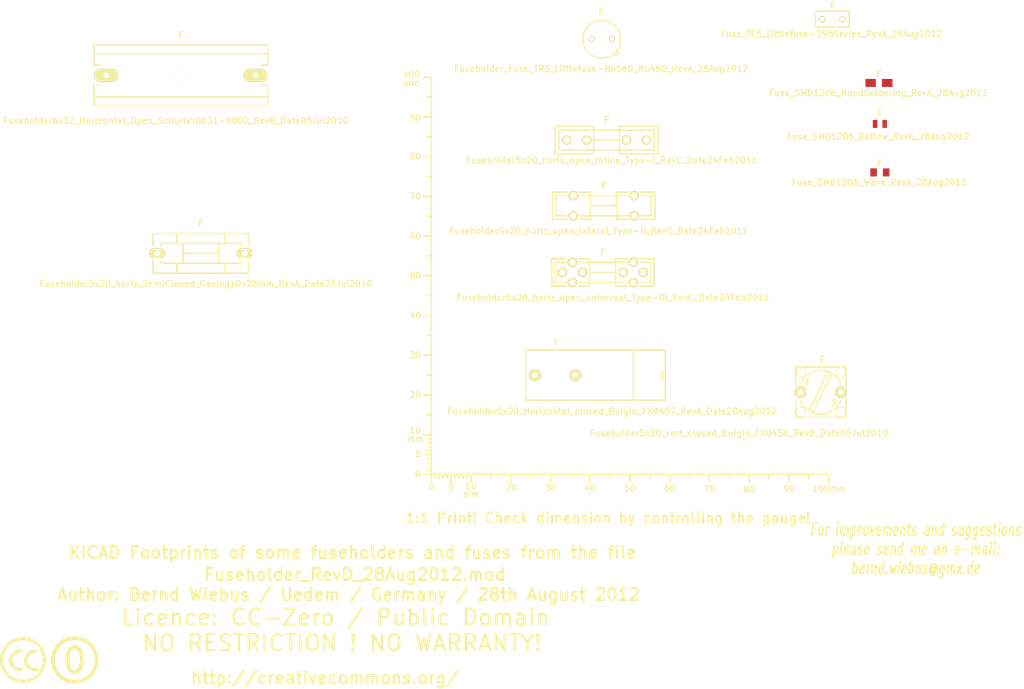
<source format=kicad_pcb>
(kicad_pcb (version 3) (host pcbnew "(2013-03-30 BZR 4007)-stable")

  (general
    (links 0)
    (no_connects 0)
    (area -7.90696 22.0599 281.542603 197.1694)
    (thickness 1.6002)
    (drawings 7)
    (tracks 0)
    (zones 0)
    (modules 15)
    (nets 1)
  )

  (page A4)
  (layers
    (15 Vorderseite signal)
    (0 Rückseite signal)
    (16 B.Adhes user)
    (17 F.Adhes user)
    (18 B.Paste user)
    (19 F.Paste user)
    (20 B.SilkS user)
    (21 F.SilkS user)
    (22 B.Mask user)
    (23 F.Mask user)
    (24 Dwgs.User user)
    (25 Cmts.User user)
    (26 Eco1.User user)
    (27 Eco2.User user)
    (28 Edge.Cuts user)
  )

  (setup
    (last_trace_width 0.2032)
    (trace_clearance 0.254)
    (zone_clearance 0.508)
    (zone_45_only no)
    (trace_min 0.2032)
    (segment_width 0.381)
    (edge_width 0.381)
    (via_size 0.889)
    (via_drill 0.635)
    (via_min_size 0.889)
    (via_min_drill 0.508)
    (uvia_size 0.508)
    (uvia_drill 0.127)
    (uvias_allowed no)
    (uvia_min_size 0.508)
    (uvia_min_drill 0.127)
    (pcb_text_width 0.3048)
    (pcb_text_size 1.524 2.032)
    (mod_edge_width 0.381)
    (mod_text_size 1.524 1.524)
    (mod_text_width 0.3048)
    (pad_size 1.524 1.524)
    (pad_drill 0.8128)
    (pad_to_mask_clearance 0.254)
    (aux_axis_origin 0 0)
    (visible_elements 7FFFFFFF)
    (pcbplotparams
      (layerselection 3178497)
      (usegerberextensions true)
      (excludeedgelayer true)
      (linewidth 60)
      (plotframeref false)
      (viasonmask false)
      (mode 1)
      (useauxorigin false)
      (hpglpennumber 1)
      (hpglpenspeed 20)
      (hpglpendiameter 15)
      (hpglpenoverlay 0)
      (psnegative false)
      (psa4output false)
      (plotreference true)
      (plotvalue true)
      (plotothertext true)
      (plotinvisibletext false)
      (padsonsilk false)
      (subtractmaskfromsilk false)
      (outputformat 1)
      (mirror false)
      (drillshape 1)
      (scaleselection 1)
      (outputdirectory ""))
  )

  (net 0 "")

  (net_class Default "Dies ist die voreingestellte Netzklasse."
    (clearance 0.254)
    (trace_width 0.2032)
    (via_dia 0.889)
    (via_drill 0.635)
    (uvia_dia 0.508)
    (uvia_drill 0.127)
    (add_net "")
  )

  (module Gauge_100mm_Type2_SilkScreenTop_RevA_Date22Jun2010 (layer Vorderseite) (tedit 4D963937) (tstamp 4D88F07A)
    (at 132.75056 141.2494)
    (descr "Gauge, Massstab, 100mm, SilkScreenTop, Type 2,")
    (tags "Gauge, Massstab, 100mm, SilkScreenTop, Type 2,")
    (path Gauge_100mm_Type2_SilkScreenTop_RevA_Date22Jun2010)
    (fp_text reference MSC (at 4.0005 8.99922) (layer F.SilkS) hide
      (effects (font (size 1.524 1.524) (thickness 0.3048)))
    )
    (fp_text value Gauge_100mm_Type2_SilkScreenTop_RevA_Date22Jun2010 (at 45.9994 8.99922) (layer F.SilkS) hide
      (effects (font (size 1.524 1.524) (thickness 0.3048)))
    )
    (fp_text user mm (at 9.99998 5.00126) (layer F.SilkS)
      (effects (font (size 1.524 1.524) (thickness 0.3048)))
    )
    (fp_text user mm (at -4.0005 -8.99922) (layer F.SilkS)
      (effects (font (size 1.524 1.524) (thickness 0.3048)))
    )
    (fp_text user mm (at -5.00126 -98.5012) (layer F.SilkS)
      (effects (font (size 1.524 1.524) (thickness 0.3048)))
    )
    (fp_text user 10 (at 10.00506 3.0988) (layer F.SilkS)
      (effects (font (size 1.50114 1.50114) (thickness 0.29972)))
    )
    (fp_text user 0 (at 0.00508 3.19786) (layer F.SilkS)
      (effects (font (size 1.39954 1.50114) (thickness 0.29972)))
    )
    (fp_text user 5 (at 5.0038 3.29946) (layer F.SilkS)
      (effects (font (size 1.50114 1.50114) (thickness 0.29972)))
    )
    (fp_text user 20 (at 20.1041 3.29946) (layer F.SilkS)
      (effects (font (size 1.50114 1.50114) (thickness 0.29972)))
    )
    (fp_text user 30 (at 30.00502 3.39852) (layer F.SilkS)
      (effects (font (size 1.50114 1.50114) (thickness 0.29972)))
    )
    (fp_text user 40 (at 40.005 3.50012) (layer F.SilkS)
      (effects (font (size 1.50114 1.50114) (thickness 0.29972)))
    )
    (fp_text user 50 (at 50.00498 3.50012) (layer F.SilkS)
      (effects (font (size 1.50114 1.50114) (thickness 0.29972)))
    )
    (fp_text user 60 (at 60.00496 3.50012) (layer F.SilkS)
      (effects (font (size 1.50114 1.50114) (thickness 0.29972)))
    )
    (fp_text user 70 (at 70.00494 3.70078) (layer F.SilkS)
      (effects (font (size 1.50114 1.50114) (thickness 0.29972)))
    )
    (fp_text user 80 (at 80.00492 3.79984) (layer F.SilkS)
      (effects (font (size 1.50114 1.50114) (thickness 0.29972)))
    )
    (fp_text user 90 (at 90.1065 3.60172) (layer F.SilkS)
      (effects (font (size 1.50114 1.50114) (thickness 0.29972)))
    )
    (fp_text user 100mm (at 100.10648 3.60172) (layer F.SilkS)
      (effects (font (size 1.50114 1.50114) (thickness 0.29972)))
    )
    (fp_line (start 0 -8.99922) (end -1.00076 -8.99922) (layer F.SilkS) (width 0.381))
    (fp_line (start 0 -8.001) (end -1.00076 -8.001) (layer F.SilkS) (width 0.381))
    (fp_line (start 0 -7.00024) (end -1.00076 -7.00024) (layer F.SilkS) (width 0.381))
    (fp_line (start 0 -5.99948) (end -1.00076 -5.99948) (layer F.SilkS) (width 0.381))
    (fp_line (start 0 -4.0005) (end -1.00076 -4.0005) (layer F.SilkS) (width 0.381))
    (fp_line (start 0 -2.99974) (end -1.00076 -2.99974) (layer F.SilkS) (width 0.381))
    (fp_line (start 0 -1.99898) (end -1.00076 -1.99898) (layer F.SilkS) (width 0.381))
    (fp_line (start 0 -1.00076) (end -1.00076 -1.00076) (layer F.SilkS) (width 0.381))
    (fp_line (start 0 0) (end -1.99898 0) (layer F.SilkS) (width 0.381))
    (fp_line (start 0 -5.00126) (end -1.99898 -5.00126) (layer F.SilkS) (width 0.381))
    (fp_line (start 0 -9.99998) (end -1.99898 -9.99998) (layer F.SilkS) (width 0.381))
    (fp_line (start 0 -15.00124) (end -1.00076 -15.00124) (layer F.SilkS) (width 0.381))
    (fp_line (start 0 -19.99996) (end -1.99898 -19.99996) (layer F.SilkS) (width 0.381))
    (fp_line (start 0 -25.00122) (end -1.00076 -25.00122) (layer F.SilkS) (width 0.381))
    (fp_line (start 0 -29.99994) (end -1.99898 -29.99994) (layer F.SilkS) (width 0.381))
    (fp_line (start 0 -35.0012) (end -1.00076 -35.0012) (layer F.SilkS) (width 0.381))
    (fp_line (start 0 -39.99992) (end -1.99898 -39.99992) (layer F.SilkS) (width 0.381))
    (fp_line (start 0 -45.00118) (end -1.00076 -45.00118) (layer F.SilkS) (width 0.381))
    (fp_line (start 0 -49.9999) (end -1.99898 -49.9999) (layer F.SilkS) (width 0.381))
    (fp_line (start 0 -55.00116) (end -1.00076 -55.00116) (layer F.SilkS) (width 0.381))
    (fp_line (start 0 -59.99988) (end -1.99898 -59.99988) (layer F.SilkS) (width 0.381))
    (fp_line (start 0 -65.00114) (end -1.00076 -65.00114) (layer F.SilkS) (width 0.381))
    (fp_line (start 0 -69.99986) (end -1.99898 -69.99986) (layer F.SilkS) (width 0.381))
    (fp_line (start 0 -75.00112) (end -1.00076 -75.00112) (layer F.SilkS) (width 0.381))
    (fp_line (start 0 -79.99984) (end -1.99898 -79.99984) (layer F.SilkS) (width 0.381))
    (fp_line (start 0 -85.0011) (end -1.00076 -85.0011) (layer F.SilkS) (width 0.381))
    (fp_line (start 0 -89.99982) (end -1.99898 -89.99982) (layer F.SilkS) (width 0.381))
    (fp_line (start 0 -95.00108) (end -1.00076 -95.00108) (layer F.SilkS) (width 0.381))
    (fp_line (start 0 0) (end 0 -99.9998) (layer F.SilkS) (width 0.381))
    (fp_line (start 0 -99.9998) (end -1.99898 -99.9998) (layer F.SilkS) (width 0.381))
    (fp_text user 100 (at -4.99872 -100.7491) (layer F.SilkS)
      (effects (font (size 1.50114 1.50114) (thickness 0.29972)))
    )
    (fp_text user 90 (at -4.0005 -89.7509) (layer F.SilkS)
      (effects (font (size 1.50114 1.50114) (thickness 0.29972)))
    )
    (fp_text user 80 (at -4.0005 -79.99984) (layer F.SilkS)
      (effects (font (size 1.50114 1.50114) (thickness 0.29972)))
    )
    (fp_text user 70 (at -4.0005 -69.99986) (layer F.SilkS)
      (effects (font (size 1.50114 1.50114) (thickness 0.29972)))
    )
    (fp_text user 60 (at -4.0005 -59.99988) (layer F.SilkS)
      (effects (font (size 1.50114 1.50114) (thickness 0.29972)))
    )
    (fp_text user 50 (at -4.0005 -49.9999) (layer F.SilkS)
      (effects (font (size 1.50114 1.50114) (thickness 0.34036)))
    )
    (fp_text user 40 (at -4.0005 -39.99992) (layer F.SilkS)
      (effects (font (size 1.50114 1.50114) (thickness 0.29972)))
    )
    (fp_text user 30 (at -4.0005 -29.99994) (layer F.SilkS)
      (effects (font (size 1.50114 1.50114) (thickness 0.29972)))
    )
    (fp_text user 20 (at -4.0005 -19.99996) (layer F.SilkS)
      (effects (font (size 1.50114 1.50114) (thickness 0.29972)))
    )
    (fp_line (start 95.00108 0) (end 95.00108 1.00076) (layer F.SilkS) (width 0.381))
    (fp_line (start 89.99982 0) (end 89.99982 1.99898) (layer F.SilkS) (width 0.381))
    (fp_line (start 85.0011 0) (end 85.0011 1.00076) (layer F.SilkS) (width 0.381))
    (fp_line (start 79.99984 0) (end 79.99984 1.99898) (layer F.SilkS) (width 0.381))
    (fp_line (start 75.00112 0) (end 75.00112 1.00076) (layer F.SilkS) (width 0.381))
    (fp_line (start 69.99986 0) (end 69.99986 1.99898) (layer F.SilkS) (width 0.381))
    (fp_line (start 65.00114 0) (end 65.00114 1.00076) (layer F.SilkS) (width 0.381))
    (fp_line (start 59.99988 0) (end 59.99988 1.99898) (layer F.SilkS) (width 0.381))
    (fp_line (start 55.00116 0) (end 55.00116 1.00076) (layer F.SilkS) (width 0.381))
    (fp_line (start 49.9999 0) (end 49.9999 1.99898) (layer F.SilkS) (width 0.381))
    (fp_line (start 45.00118 0) (end 45.00118 1.00076) (layer F.SilkS) (width 0.381))
    (fp_line (start 39.99992 0) (end 39.99992 1.99898) (layer F.SilkS) (width 0.381))
    (fp_line (start 35.0012 0) (end 35.0012 1.00076) (layer F.SilkS) (width 0.381))
    (fp_line (start 29.99994 0) (end 29.99994 1.99898) (layer F.SilkS) (width 0.381))
    (fp_line (start 25.00122 0) (end 25.00122 1.00076) (layer F.SilkS) (width 0.381))
    (fp_line (start 19.99996 0) (end 19.99996 1.99898) (layer F.SilkS) (width 0.381))
    (fp_line (start 15.00124 0) (end 15.00124 1.00076) (layer F.SilkS) (width 0.381))
    (fp_line (start 9.99998 0) (end 99.9998 0) (layer F.SilkS) (width 0.381))
    (fp_line (start 99.9998 0) (end 99.9998 1.99898) (layer F.SilkS) (width 0.381))
    (fp_text user 5 (at -3.302 -5.10286) (layer F.SilkS)
      (effects (font (size 1.50114 1.50114) (thickness 0.29972)))
    )
    (fp_text user 0 (at -3.4036 -0.10414) (layer F.SilkS)
      (effects (font (size 1.50114 1.50114) (thickness 0.29972)))
    )
    (fp_text user 10 (at -4.0005 -11.00074) (layer F.SilkS)
      (effects (font (size 1.50114 1.50114) (thickness 0.29972)))
    )
    (fp_line (start 8.99922 0) (end 8.99922 1.00076) (layer F.SilkS) (width 0.381))
    (fp_line (start 8.001 0) (end 8.001 1.00076) (layer F.SilkS) (width 0.381))
    (fp_line (start 7.00024 0) (end 7.00024 1.00076) (layer F.SilkS) (width 0.381))
    (fp_line (start 5.99948 0) (end 5.99948 1.00076) (layer F.SilkS) (width 0.381))
    (fp_line (start 4.0005 0) (end 4.0005 1.00076) (layer F.SilkS) (width 0.381))
    (fp_line (start 2.99974 0) (end 2.99974 1.00076) (layer F.SilkS) (width 0.381))
    (fp_line (start 1.99898 0) (end 1.99898 1.00076) (layer F.SilkS) (width 0.381))
    (fp_line (start 1.00076 0) (end 1.00076 1.00076) (layer F.SilkS) (width 0.381))
    (fp_line (start 5.00126 0) (end 5.00126 1.99898) (layer F.SilkS) (width 0.381))
    (fp_line (start 0 0) (end 0 1.99898) (layer F.SilkS) (width 0.381))
    (fp_line (start 0 0) (end 9.99998 0) (layer F.SilkS) (width 0.381))
    (fp_line (start 9.99998 0) (end 9.99998 1.99898) (layer F.SilkS) (width 0.381))
  )

  (module Fuseholder5x20_horiz_open_inline_Type-I_RevC_Date24Feb2011 (layer Vorderseite) (tedit 503CE757) (tstamp 503CE748)
    (at 176.8729 57.07888)
    (descr "Fuseholder, 5x20, open, horizontal, Type-I, Inline,")
    (tags "Fuseholder, 5x20, open, horizontal, Type-I, Inline, Sicherungshalter, offen,")
    (path Fuseholder5x20_horiz_open_inline_Type-I_RevC_Date24Feb2011)
    (fp_text reference F (at 0 -5.08) (layer F.SilkS)
      (effects (font (size 1.524 1.524) (thickness 0.3048)))
    )
    (fp_text value Fuseholder5x20_horiz_open_inline_Type-I_RevC_Date24Feb2011 (at 1.27 5.08) (layer F.SilkS)
      (effects (font (size 1.524 1.524) (thickness 0.3048)))
    )
    (fp_line (start 3.2512 0) (end -3.2512 0) (layer F.SilkS) (width 0.3048))
    (fp_line (start 3.2512 -3.50012) (end 3.2512 3.50012) (layer F.SilkS) (width 0.3048))
    (fp_line (start 11.99896 3.50012) (end 3.2512 3.50012) (layer F.SilkS) (width 0.3048))
    (fp_line (start 11.99896 -3.50012) (end 3.2512 -3.50012) (layer F.SilkS) (width 0.3048))
    (fp_line (start -10.74928 2.49936) (end -11.99896 2.49936) (layer F.SilkS) (width 0.3048))
    (fp_line (start -10.50036 -2.49936) (end -11.99896 -2.49936) (layer F.SilkS) (width 0.3048))
    (fp_line (start 1.50114 2.49936) (end -10.74928 2.49936) (layer F.SilkS) (width 0.3048))
    (fp_line (start 1.24968 -2.49936) (end -10.50036 -2.49936) (layer F.SilkS) (width 0.3048))
    (fp_line (start 11.99896 2.49936) (end 1.50114 2.49936) (layer F.SilkS) (width 0.3048))
    (fp_line (start 11.99896 -2.49936) (end 1.24968 -2.49936) (layer F.SilkS) (width 0.3048))
    (fp_line (start 11.99896 -2.49936) (end 11.99896 2.49936) (layer F.SilkS) (width 0.3048))
    (fp_line (start 12.99972 -3.50012) (end 11.99896 -3.50012) (layer F.SilkS) (width 0.3048))
    (fp_line (start 12.99972 -3.50012) (end 12.99972 3.50012) (layer F.SilkS) (width 0.3048))
    (fp_line (start 12.99972 3.50012) (end 11.99896 3.50012) (layer F.SilkS) (width 0.3048))
    (fp_line (start -11.99896 -2.49936) (end -11.99896 2.49936) (layer F.SilkS) (width 0.3048))
    (fp_line (start -3.2512 -3.50012) (end -12.99972 -3.50012) (layer F.SilkS) (width 0.3048))
    (fp_line (start -12.99972 -3.50012) (end -12.99972 3.50012) (layer F.SilkS) (width 0.3048))
    (fp_line (start -3.2512 3.50012) (end -12.99972 3.50012) (layer F.SilkS) (width 0.3048))
    (fp_line (start -3.2512 -3.50012) (end -3.2512 3.50012) (layer F.SilkS) (width 0.3048))
    (pad 2 thru_hole circle (at 5.00126 0) (size 2.3495 2.3495) (drill 1.34874)
      (layers *.Cu *.Mask F.SilkS)
    )
    (pad 2 thru_hole circle (at 9.99998 0) (size 2.3495 2.3495) (drill 1.34874)
      (layers *.Cu *.Mask F.SilkS)
    )
    (pad 1 thru_hole circle (at -5.00126 0) (size 2.3495 2.3495) (drill 1.34874)
      (layers *.Cu *.Mask F.SilkS)
    )
    (pad 1 thru_hole circle (at -9.99998 0) (size 2.3495 2.3495) (drill 1.34874)
      (layers *.Cu *.Mask F.SilkS)
    )
  )

  (module Fuseholder5x20_horiz_open_lateral_Type-II_RevC_Date24Feb2011 (layer Vorderseite) (tedit 503CE771) (tstamp 503CE763)
    (at 176.15154 73.6092)
    (descr "Fuseholder, 5x20, open, horizontal, Type-II, lateral,")
    (tags "Fuseholder, 5x20, open, horizontal, Type-II, lateral, Sicherungshalter, offen,")
    (path Fuseholder5x20_horiz_open_lateral_Type-II_RevC_Date24Feb2011)
    (fp_text reference F (at 0 -5.08) (layer F.SilkS)
      (effects (font (size 1.524 1.524) (thickness 0.3048)))
    )
    (fp_text value Fuseholder5x20_horiz_open_lateral_Type-II_RevC_Date24Feb2011 (at -1.27 6.35) (layer F.SilkS)
      (effects (font (size 1.524 1.524) (thickness 0.3048)))
    )
    (fp_line (start 3.2512 0) (end -3.2512 0) (layer F.SilkS) (width 0.3048))
    (fp_line (start 12.86764 3.429) (end 9.05764 3.429) (layer F.SilkS) (width 0.381))
    (fp_line (start 3.21564 3.429) (end 6.26364 3.429) (layer F.SilkS) (width 0.381))
    (fp_line (start 5.715 2.54) (end 8.382 2.54) (layer F.SilkS) (width 0.381))
    (fp_line (start 11.97864 2.54) (end 9.31164 2.54) (layer F.SilkS) (width 0.381))
    (fp_line (start 3.21564 -2.54) (end 6.00964 -2.54) (layer F.SilkS) (width 0.381))
    (fp_line (start 11.9761 -2.54) (end 9.3091 -2.54) (layer F.SilkS) (width 0.381))
    (fp_line (start 12.86764 -3.429) (end 9.18464 -3.429) (layer F.SilkS) (width 0.381))
    (fp_line (start 3.21564 -3.429) (end 6.13664 -3.429) (layer F.SilkS) (width 0.381))
    (fp_line (start -12.86764 3.429) (end -9.18464 3.429) (layer F.SilkS) (width 0.381))
    (fp_line (start -3.34264 3.429) (end -6.13664 3.429) (layer F.SilkS) (width 0.381))
    (fp_line (start -5.88264 2.54) (end -6.00964 2.54) (layer F.SilkS) (width 0.381))
    (fp_line (start -5.88264 2.54) (end -3.34264 2.54) (layer F.SilkS) (width 0.381))
    (fp_line (start -12.10564 2.54) (end -9.31164 2.54) (layer F.SilkS) (width 0.381))
    (fp_line (start -12.86764 -3.429) (end -9.05764 -3.429) (layer F.SilkS) (width 0.381))
    (fp_line (start -3.34264 -3.429) (end -6.13664 -3.429) (layer F.SilkS) (width 0.381))
    (fp_line (start -3.34264 -2.54) (end -6.00964 -2.54) (layer F.SilkS) (width 0.381))
    (fp_line (start -12.10564 -2.54) (end -9.31164 -2.54) (layer F.SilkS) (width 0.381))
    (fp_line (start 12.86764 -3.429) (end 12.86764 3.429) (layer F.SilkS) (width 0.381))
    (fp_line (start 3.21564 3.429) (end 3.21564 2.54) (layer F.SilkS) (width 0.381))
    (fp_line (start 3.21564 -3.429) (end 3.21564 -2.54) (layer F.SilkS) (width 0.381))
    (fp_line (start -12.86764 -3.429) (end -12.86764 3.429) (layer F.SilkS) (width 0.381))
    (fp_line (start -3.34264 3.429) (end -3.34264 2.54) (layer F.SilkS) (width 0.381))
    (fp_line (start -3.34264 -3.429) (end -3.34264 -2.413) (layer F.SilkS) (width 0.381))
    (fp_line (start 5.715 2.54) (end -5.969 2.54) (layer F.SilkS) (width 0.381))
    (fp_line (start -5.842 -2.54) (end 5.715 -2.54) (layer F.SilkS) (width 0.381))
    (fp_line (start -3.34264 0) (end -3.34264 -2.54) (layer F.SilkS) (width 0.381))
    (fp_line (start -12.1031 -2.54) (end -12.1031 2.54) (layer F.SilkS) (width 0.381))
    (fp_line (start -3.34264 2.54) (end -3.34264 0) (layer F.SilkS) (width 0.381))
    (fp_line (start 3.21564 0) (end 3.21564 -2.54) (layer F.SilkS) (width 0.381))
    (fp_line (start 11.9761 -2.54) (end 11.9761 2.54) (layer F.SilkS) (width 0.381))
    (fp_line (start 3.21564 2.54) (end 3.21564 0) (layer F.SilkS) (width 0.381))
    (pad 2 thru_hole circle (at 7.66064 -2.54) (size 2.3495 2.3495) (drill 1.34874)
      (layers *.Cu *.Mask F.SilkS)
    )
    (pad 2 thru_hole circle (at 7.66064 2.54) (size 2.3495 2.3495) (drill 1.34874)
      (layers *.Cu *.Mask F.SilkS)
    )
    (pad 1 thru_hole circle (at -7.66064 -2.54) (size 2.3495 2.3495) (drill 1.34874)
      (layers *.Cu *.Mask F.SilkS)
    )
    (pad 1 thru_hole circle (at -7.66064 2.54) (size 2.3495 2.3495) (drill 1.34874)
      (layers *.Cu *.Mask F.SilkS)
    )
  )

  (module Fuseholder5x20_horiz_open_universal_Type-III_RevC_Date24Feb2011 (layer Vorderseite) (tedit 503CE788) (tstamp 503CE77B)
    (at 175.91278 90.38844)
    (descr "Fuseholder, 5x20, open, horizontal, Type-III, universal, inline, lateral,")
    (tags "Fuseholder, 5x20, open, horizontal, Type-III, universal, inline, lateral, Sicherungshalter, offen,")
    (path Fuseholder5x20_horiz_open_universal_Type-III_RevC_Date24Feb2011)
    (fp_text reference F (at 0 -5.08) (layer F.SilkS)
      (effects (font (size 1.524 1.524) (thickness 0.3048)))
    )
    (fp_text value Fuseholder5x20_horiz_open_universal_Type-III_RevC_Date24Feb2011 (at 2.54 6.35) (layer F.SilkS)
      (effects (font (size 1.524 1.524) (thickness 0.3048)))
    )
    (fp_line (start -3.2512 0) (end 3.2512 0) (layer F.SilkS) (width 0.3048))
    (fp_line (start -3.3401 3.429) (end -6.2611 3.429) (layer F.SilkS) (width 0.381))
    (fp_line (start -12.8651 3.429) (end -9.0551 3.429) (layer F.SilkS) (width 0.381))
    (fp_line (start -12.1031 2.54) (end -9.3091 2.54) (layer F.SilkS) (width 0.381))
    (fp_line (start -3.3401 2.54) (end -6.0071 2.54) (layer F.SilkS) (width 0.381))
    (fp_line (start -12.8651 -3.429) (end -9.0551 -3.429) (layer F.SilkS) (width 0.381))
    (fp_line (start -12.1031 -2.54) (end -9.3091 -2.54) (layer F.SilkS) (width 0.381))
    (fp_line (start -3.3401 -3.429) (end -6.2611 -3.429) (layer F.SilkS) (width 0.381))
    (fp_line (start -3.3401 -2.54) (end -6.0071 -2.54) (layer F.SilkS) (width 0.381))
    (fp_line (start 3.21564 -3.429) (end 6.26364 -3.429) (layer F.SilkS) (width 0.381))
    (fp_line (start 3.21564 -2.54) (end 6.00964 -2.54) (layer F.SilkS) (width 0.381))
    (fp_line (start 3.21564 2.54) (end 6.00964 2.54) (layer F.SilkS) (width 0.381))
    (fp_line (start 3.21564 3.429) (end 6.26364 3.429) (layer F.SilkS) (width 0.381))
    (fp_line (start 12.86764 3.429) (end 9.05764 3.429) (layer F.SilkS) (width 0.381))
    (fp_line (start 11.97864 2.54) (end 9.31164 2.54) (layer F.SilkS) (width 0.381))
    (fp_line (start 12.86764 -3.429) (end 9.05764 -3.429) (layer F.SilkS) (width 0.381))
    (fp_line (start 11.97864 -2.54) (end 9.31164 -2.54) (layer F.SilkS) (width 0.381))
    (fp_line (start 12.86764 -3.429) (end 12.86764 3.429) (layer F.SilkS) (width 0.381))
    (fp_line (start 3.21564 3.429) (end 3.21564 2.54) (layer F.SilkS) (width 0.381))
    (fp_line (start 3.21564 -3.429) (end 3.21564 -2.54) (layer F.SilkS) (width 0.381))
    (fp_line (start -12.86764 -3.429) (end -12.86764 3.429) (layer F.SilkS) (width 0.381))
    (fp_line (start -3.34264 3.429) (end -3.34264 2.54) (layer F.SilkS) (width 0.381))
    (fp_line (start -3.34264 -3.429) (end -3.34264 -2.413) (layer F.SilkS) (width 0.381))
    (fp_line (start 5.715 2.54) (end -5.969 2.54) (layer F.SilkS) (width 0.381))
    (fp_line (start -5.842 -2.54) (end 5.715 -2.54) (layer F.SilkS) (width 0.381))
    (fp_line (start -3.34264 0) (end -3.34264 -2.54) (layer F.SilkS) (width 0.381))
    (fp_line (start -12.10564 -2.54) (end -12.10564 2.54) (layer F.SilkS) (width 0.381))
    (fp_line (start -3.34264 2.54) (end -3.34264 0) (layer F.SilkS) (width 0.381))
    (fp_line (start 3.21564 0) (end 3.21564 -2.54) (layer F.SilkS) (width 0.381))
    (fp_line (start 11.9761 -2.54) (end 11.9761 2.54) (layer F.SilkS) (width 0.381))
    (fp_line (start 3.21564 2.54) (end 3.21564 0) (layer F.SilkS) (width 0.381))
    (pad 2 thru_hole circle (at 5.12064 0) (size 2.3495 2.3495) (drill 1.34874)
      (layers *.Cu *.Mask F.SilkS)
    )
    (pad 2 thru_hole circle (at 10.20064 0) (size 2.3495 2.3495) (drill 1.34874)
      (layers *.Cu *.Mask F.SilkS)
    )
    (pad 1 thru_hole circle (at -5.1181 0) (size 2.3495 2.3495) (drill 1.34874)
      (layers *.Cu *.Mask F.SilkS)
    )
    (pad 1 thru_hole circle (at -10.1981 0) (size 2.3495 2.3495) (drill 1.34874)
      (layers *.Cu *.Mask F.SilkS)
    )
    (pad 2 thru_hole circle (at 7.66064 -2.54) (size 2.3495 2.3495) (drill 1.34874)
      (layers *.Cu *.Mask F.SilkS)
    )
    (pad 2 thru_hole circle (at 7.66064 2.54) (size 2.3495 2.3495) (drill 1.34874)
      (layers *.Cu *.Mask F.SilkS)
    )
    (pad 1 thru_hole circle (at -7.6581 -2.54) (size 2.3495 2.3495) (drill 1.34874)
      (layers *.Cu *.Mask F.SilkS)
    )
    (pad 1 thru_hole circle (at -7.6581 2.54) (size 2.3495 2.3495) (drill 1.34874)
      (layers *.Cu *.Mask F.SilkS)
    )
  )

  (module Fuseholder5x20_Horizontal_closed_Bulgin_FX0457_RevA_Date28Aug2012 (layer Vorderseite) (tedit 503CE7DA) (tstamp 503CE791)
    (at 163.91382 116.27104)
    (descr "Fuseholder, 5x20, closed, horizontal, Bulgin, FX0457, Sicherungshalter,")
    (tags "Fuseholder, 5x20, closed, horizontal, Bulgin, FX0457, Sicherungshalter,")
    (path Fuseholder5x20_Horizontal_closed_Bulgin_FX0457_RevA_Date28Aug2012)
    (fp_text reference F (at 0.2794 -8.2042) (layer F.SilkS)
      (effects (font (size 1.524 1.524) (thickness 0.3048)))
    )
    (fp_text value Fuseholder5x20_Horizontal_closed_Bulgin_FX0457_RevA_Date28Aug2012 (at 14.37894 9.11098) (layer F.SilkS)
      (effects (font (size 1.524 1.524) (thickness 0.3048)))
    )
    (fp_line (start 27.70124 -0.8001) (end 26.90114 -0.8001) (layer F.SilkS) (width 0.381))
    (fp_line (start 26.90114 -0.8001) (end 26.90114 0.8001) (layer F.SilkS) (width 0.381))
    (fp_line (start 26.90114 0.8001) (end 27.70124 0.8001) (layer F.SilkS) (width 0.381))
    (fp_line (start 19.70024 6.2992) (end 19.70024 -6.2992) (layer F.SilkS) (width 0.381))
    (fp_line (start 27.70124 -6.2992) (end -7.39902 -6.2992) (layer F.SilkS) (width 0.381))
    (fp_line (start 27.70124 6.2992) (end 27.70124 -6.2992) (layer F.SilkS) (width 0.381))
    (fp_line (start -7.39902 6.2992) (end 27.70124 6.2992) (layer F.SilkS) (width 0.381))
    (fp_line (start -7.39902 6.2992) (end -7.39902 -6.2992) (layer F.SilkS) (width 0.381))
    (pad 2 thru_hole circle (at 5.08 0) (size 2.99974 2.99974) (drill 1.34874)
      (layers *.Cu *.Mask F.SilkS)
    )
    (pad 1 thru_hole circle (at -5.08 0) (size 2.99974 2.99974) (drill 1.34874)
      (layers *.Cu *.Mask F.SilkS)
    )
  )

  (module Fuseholder5x20_vert_closed_Bulgin_FX0456_RevB_Date05Jul2010 (layer Vorderseite) (tedit 503CE7E6) (tstamp 503CE7B6)
    (at 230.77424 120.58142)
    (descr "Fuseholder, 5x20, closed, vertical, Bulgin, FX0456")
    (tags "Fuseholder, 5x20, closed, vertical, Bulgin, FX0456, Sicherungshalter,")
    (path Fuseholder5x20_vert_closed_Bulgin_FX0456_RevB_Date05Jul2010)
    (fp_text reference F (at 0.2794 -8.2042) (layer F.SilkS)
      (effects (font (size 1.524 1.524) (thickness 0.3048)))
    )
    (fp_text value Fuseholder5x20_vert_closed_Bulgin_FX0456_RevB_Date05Jul2010 (at -20.60956 10.30986) (layer F.SilkS)
      (effects (font (size 1.524 1.524) (thickness 0.3048)))
    )
    (fp_text user S (at 3.302 2.667) (layer F.SilkS)
      (effects (font (size 1.524 1.524) (thickness 0.3048)))
    )
    (fp_text user F (at -3.302 -2.286) (layer F.SilkS)
      (effects (font (size 1.524 1.524) (thickness 0.3048)))
    )
    (fp_line (start 2.794 -4.699) (end -2.032 5.08) (layer F.SilkS) (width 0.381))
    (fp_line (start 1.778 -5.207) (end -2.921 4.572) (layer F.SilkS) (width 0.381))
    (fp_line (start 5.08 -2.032) (end 4.826 -2.667) (layer F.SilkS) (width 0.381))
    (fp_line (start 4.826 -2.667) (end 4.318 -3.429) (layer F.SilkS) (width 0.381))
    (fp_line (start 4.318 -3.429) (end 3.556 -4.191) (layer F.SilkS) (width 0.381))
    (fp_line (start 3.556 -4.191) (end 2.667 -4.826) (layer F.SilkS) (width 0.381))
    (fp_line (start 2.667 -4.826) (end 1.524 -5.334) (layer F.SilkS) (width 0.381))
    (fp_line (start 1.524 -5.334) (end 0.762 -5.461) (layer F.SilkS) (width 0.381))
    (fp_line (start 0.762 -5.461) (end -1.016 -5.461) (layer F.SilkS) (width 0.381))
    (fp_line (start -1.016 -5.461) (end -1.778 -5.207) (layer F.SilkS) (width 0.381))
    (fp_line (start -1.778 -5.207) (end -2.413 -4.953) (layer F.SilkS) (width 0.381))
    (fp_line (start -2.413 -4.953) (end -3.302 -4.445) (layer F.SilkS) (width 0.381))
    (fp_line (start -3.302 -4.445) (end -4.064 -3.81) (layer F.SilkS) (width 0.381))
    (fp_line (start -4.064 -3.81) (end -4.572 -3.048) (layer F.SilkS) (width 0.381))
    (fp_line (start -4.572 -3.048) (end -5.207 -2.032) (layer F.SilkS) (width 0.381))
    (fp_line (start -5.08 2.159) (end -4.826 2.667) (layer F.SilkS) (width 0.381))
    (fp_line (start -4.826 2.667) (end -4.572 3.048) (layer F.SilkS) (width 0.381))
    (fp_line (start -4.572 3.048) (end -4.191 3.556) (layer F.SilkS) (width 0.381))
    (fp_line (start -4.191 3.556) (end -3.683 4.064) (layer F.SilkS) (width 0.381))
    (fp_line (start -3.683 4.064) (end -2.794 4.699) (layer F.SilkS) (width 0.381))
    (fp_line (start -2.794 4.699) (end -2.159 5.08) (layer F.SilkS) (width 0.381))
    (fp_line (start -2.159 5.08) (end -1.397 5.334) (layer F.SilkS) (width 0.381))
    (fp_line (start -1.397 5.334) (end -0.762 5.461) (layer F.SilkS) (width 0.381))
    (fp_line (start -0.762 5.461) (end -0.127 5.461) (layer F.SilkS) (width 0.381))
    (fp_line (start -0.127 5.461) (end 0.381 5.461) (layer F.SilkS) (width 0.381))
    (fp_line (start 0.381 5.461) (end 0.889 5.461) (layer F.SilkS) (width 0.381))
    (fp_line (start 0.889 5.461) (end 1.27 5.334) (layer F.SilkS) (width 0.381))
    (fp_line (start 1.27 5.334) (end 2.286 4.953) (layer F.SilkS) (width 0.381))
    (fp_line (start 2.286 4.953) (end 2.921 4.572) (layer F.SilkS) (width 0.381))
    (fp_line (start 2.921 4.572) (end 3.81 3.937) (layer F.SilkS) (width 0.381))
    (fp_line (start 3.81 3.937) (end 4.572 3.048) (layer F.SilkS) (width 0.381))
    (fp_line (start 4.572 3.048) (end 5.08 2.032) (layer F.SilkS) (width 0.381))
    (fp_line (start -6.35 -6.35) (end -6.35 -1.651) (layer F.SilkS) (width 0.381))
    (fp_line (start -6.35 6.35) (end -6.35 1.651) (layer F.SilkS) (width 0.381))
    (fp_line (start 6.35 6.35) (end 6.35 1.524) (layer F.SilkS) (width 0.381))
    (fp_line (start 6.35 -6.35) (end 6.35 -1.524) (layer F.SilkS) (width 0.381))
    (fp_line (start 6.35 -1.524) (end 6.35 -1.651) (layer F.SilkS) (width 0.381))
    (fp_line (start 6.35 -6.35) (end -6.35 -6.35) (layer F.SilkS) (width 0.381))
    (fp_line (start -6.35 6.35) (end 6.35 6.35) (layer F.SilkS) (width 0.381))
    (fp_circle (center -5.0038 5.0038) (end -4.4958 6.0198) (layer F.SilkS) (width 0.381))
    (fp_circle (center 5.0038 5.0038) (end 5.5626 5.9944) (layer F.SilkS) (width 0.381))
    (fp_circle (center -5.0038 -5.0038) (end -4.5974 -3.937) (layer F.SilkS) (width 0.381))
    (fp_circle (center 5.0038 -5.0038) (end 5.3848 -3.937) (layer F.SilkS) (width 0.381))
    (pad 2 thru_hole circle (at 5.08 0) (size 2.99974 2.99974) (drill 1.34874)
      (layers *.Cu *.Mask F.SilkS)
    )
    (pad 1 thru_hole circle (at -5.08 0) (size 2.99974 2.99974) (drill 1.34874)
      (layers *.Cu *.Mask F.SilkS)
    )
    (pad 3 thru_hole circle (at 5.0038 -5.0038) (size 2.19964 2.19964) (drill 2.19964)
      (layers *.Cu F.SilkS Dwgs.User)
    )
    (pad 3 thru_hole circle (at -5.0038 -5.0038) (size 2.19964 2.19964) (drill 2.19964)
      (layers *.Cu F.SilkS Dwgs.User)
    )
    (pad 3 thru_hole circle (at -5.0038 5.0038) (size 2.19964 2.19964) (drill 2.19964)
      (layers *.Cu F.SilkS Dwgs.User)
    )
    (pad 3 thru_hole circle (at 5.0038 5.0038) (size 2.19964 2.19964) (drill 2.19964)
      (layers *.Cu F.SilkS Dwgs.User)
    )
  )

  (module Fuseholder5x20_horiz_SemiClosed_Casing10x25mm_RevA_Date25Jul2010 (layer Vorderseite) (tedit 503CE808) (tstamp 503CE7FB)
    (at 74.75982 85.60054)
    (descr "Fuseholder, 5x20, Semi closed, horizontal, Casing 10x25mm,")
    (tags "Fuseholder, 5x20, Semi closed, horizontal, Casing 10x25mm, Sicherungshalter, halbgeschlossen,")
    (path Fuseholder5x20_horiz_SemiClosed_Casing10x25mm_RevA_Date25Jul2010)
    (fp_text reference F (at 0 -7.62) (layer F.SilkS)
      (effects (font (size 1.524 1.524) (thickness 0.3048)))
    )
    (fp_text value Fuseholder5x20_horiz_SemiClosed_Casing10x25mm_RevA_Date25Jul2010 (at 1.27 7.62) (layer F.SilkS)
      (effects (font (size 1.524 1.524) (thickness 0.3048)))
    )
    (fp_line (start -5.99948 -2.49936) (end -5.99948 -5.00126) (layer F.SilkS) (width 0.381))
    (fp_line (start -5.99948 5.00126) (end -5.99948 2.49936) (layer F.SilkS) (width 0.381))
    (fp_line (start 5.99948 5.00126) (end 5.99948 2.49936) (layer F.SilkS) (width 0.381))
    (fp_line (start 5.99948 -5.00126) (end 5.99948 -2.49936) (layer F.SilkS) (width 0.381))
    (fp_line (start -4.50088 0) (end 4.50088 0) (layer F.SilkS) (width 0.381))
    (fp_line (start -4.50088 -2.49936) (end -4.50088 2.49936) (layer F.SilkS) (width 0.381))
    (fp_line (start 4.50088 -2.49936) (end 4.50088 2.49936) (layer F.SilkS) (width 0.381))
    (fp_line (start 9.99998 -1.89992) (end 9.99998 -2.49936) (layer F.SilkS) (width 0.381))
    (fp_line (start -9.99998 1.89992) (end -9.99998 2.49936) (layer F.SilkS) (width 0.381))
    (fp_line (start -9.99998 2.49936) (end 9.99998 2.49936) (layer F.SilkS) (width 0.381))
    (fp_line (start 9.99998 2.49936) (end 9.99998 1.89992) (layer F.SilkS) (width 0.381))
    (fp_line (start 9.99998 -2.49936) (end -9.99998 -2.49936) (layer F.SilkS) (width 0.381))
    (fp_line (start -9.99998 -2.49936) (end -9.99998 -1.89992) (layer F.SilkS) (width 0.381))
    (fp_line (start 11.99896 -1.89992) (end 11.99896 -5.00126) (layer F.SilkS) (width 0.381))
    (fp_line (start -11.99896 1.89992) (end -11.99896 5.00126) (layer F.SilkS) (width 0.381))
    (fp_line (start -11.99896 5.00126) (end 11.99896 5.00126) (layer F.SilkS) (width 0.381))
    (fp_line (start 11.99896 5.00126) (end 11.99896 1.89992) (layer F.SilkS) (width 0.381))
    (fp_line (start 11.99896 -5.00126) (end -11.99896 -5.00126) (layer F.SilkS) (width 0.381))
    (fp_line (start -11.99896 -5.00126) (end -11.99896 -1.89992) (layer F.SilkS) (width 0.381))
    (pad 2 thru_hole oval (at 11.00074 0 270) (size 2.49936 4.0005) (drill 1.50114)
      (layers *.Cu *.Mask F.SilkS)
    )
    (pad 1 thru_hole oval (at -11.00074 0 270) (size 2.49936 4.0005) (drill 1.50114)
      (layers *.Cu *.Mask F.SilkS)
    )
  )

  (module Fuseholder6x32_Horiz_Open_Schurter0031-8002_RevB_Date05Jul2010 (layer Vorderseite) (tedit 503CE89A) (tstamp 503CE88F)
    (at 69.73062 40.77208)
    (descr "Fuseholder, horizontal, open, 6x32, Schurter, 0031.8002,")
    (tags "Fuseholder, horizontal, open, 6x32, Schurter, 0031.8002, Sicherungshalter,")
    (path Fuseholder6x32_Horiz_Open_Schurter0031-8002_RevB_Date05Jul2010)
    (fp_text reference F (at 0 -10.16) (layer F.SilkS)
      (effects (font (size 1.524 1.524) (thickness 0.3048)))
    )
    (fp_text value Fuseholder6x32_Horizontal_Open_Schurter0031-8002_RevB_Date05Jul2010 (at -1.27 11.43) (layer F.SilkS)
      (effects (font (size 1.524 1.524) (thickness 0.3048)))
    )
    (fp_line (start -21.844 2.54) (end -21.844 7.62) (layer F.SilkS) (width 0.381))
    (fp_line (start -21.844 -7.62) (end -21.844 -2.54) (layer F.SilkS) (width 0.381))
    (fp_line (start -21.844 -2.54) (end -20.32 -2.54) (layer F.SilkS) (width 0.381))
    (fp_line (start -20.32 2.54) (end -21.844 2.54) (layer F.SilkS) (width 0.381))
    (fp_line (start 21.844 2.54) (end 21.844 7.62) (layer F.SilkS) (width 0.381))
    (fp_line (start 21.844 -7.62) (end 21.844 -2.54) (layer F.SilkS) (width 0.381))
    (fp_line (start 21.844 -2.54) (end 20.32 -2.54) (layer F.SilkS) (width 0.381))
    (fp_line (start 20.32 2.54) (end 21.844 2.54) (layer F.SilkS) (width 0.381))
    (fp_line (start -21.844 -5.461) (end 21.844 -5.461) (layer F.SilkS) (width 0.381))
    (fp_line (start 21.844 5.461) (end -21.844 5.461) (layer F.SilkS) (width 0.381))
    (fp_line (start 21.844 7.62) (end -21.844 7.62) (layer F.SilkS) (width 0.381))
    (fp_line (start -21.844 -7.62) (end 21.844 -7.62) (layer F.SilkS) (width 0.381))
    (pad "" np_thru_hole circle (at 0 0) (size 3.2512 3.2512) (drill 3.2512)
      (layers *.Cu *.Mask F.SilkS)
    )
    (pad 2 thru_hole oval (at 18.796 0 90) (size 3.2512 5.99948) (drill 1.30048)
      (layers *.Cu *.Mask F.SilkS)
    )
    (pad 1 thru_hole oval (at -18.796 0 90) (size 3.2512 5.99948) (drill 1.30048)
      (layers *.Cu *.Mask F.SilkS)
    )
  )

  (module Fuseholder_Fuse_TR5_Littlefuse-No560_No460_RevA_28Aug2012 (layer Vorderseite) (tedit 503CE8C5) (tstamp 503CE8B2)
    (at 175.65878 31.67126)
    (descr "Fuse, Fuseholder, TR5, Littlefuse/Wickmann, No. 460, No560,")
    (tags "Fuse, Fuseholder, TR5, Littlefuse/Wickmann, No. 460, No560,")
    (path Fuseholder_Fuse_TR5_Littlefuse-No560_No460_RevA_28Aug2012)
    (fp_text reference F (at -0.14986 -6.89102) (layer F.SilkS)
      (effects (font (size 1.524 1.524) (thickness 0.3048)))
    )
    (fp_text value Fuseholder_Fuse_TR5_Littlefuse-No560_No460_RevA_28Aug2012 (at -0.14986 7.4295) (layer F.SilkS)
      (effects (font (size 1.524 1.524) (thickness 0.3048)))
    )
    (fp_line (start 3.85064 2.78892) (end 3.97002 2.93116) (layer F.SilkS) (width 0.381))
    (fp_line (start 3.97002 2.93116) (end 4.05892 3.09118) (layer F.SilkS) (width 0.381))
    (fp_line (start 4.05892 3.09118) (end 4.10972 3.3401) (layer F.SilkS) (width 0.381))
    (fp_line (start 4.10972 3.3401) (end 4.07924 3.59918) (layer F.SilkS) (width 0.381))
    (fp_line (start 4.07924 3.59918) (end 3.92938 3.8608) (layer F.SilkS) (width 0.381))
    (fp_line (start 3.92938 3.8608) (end 3.71094 4.03098) (layer F.SilkS) (width 0.381))
    (fp_line (start 3.71094 4.03098) (end 3.41884 4.10972) (layer F.SilkS) (width 0.381))
    (fp_line (start 3.41884 4.10972) (end 3.12928 4.06908) (layer F.SilkS) (width 0.381))
    (fp_line (start 3.12928 4.06908) (end 2.94894 3.99034) (layer F.SilkS) (width 0.381))
    (fp_line (start 2.94894 3.99034) (end 2.8194 3.84048) (layer F.SilkS) (width 0.381))
    (fp_circle (center 0 0.01016) (end 4.7498 0.01016) (layer F.SilkS) (width 0.381))
    (pad 1 thru_hole circle (at -2.54 0) (size 1.50114 1.50114) (drill 1.00076)
      (layers *.Cu *.Mask F.SilkS)
    )
    (pad 2 thru_hole circle (at 2.54 0.01016) (size 1.50114 1.50114) (drill 1.00076)
      (layers *.Cu *.Mask F.SilkS)
    )
  )

  (module Fuse_TE5_Littlefuse-395Series_RevA_28Aug2012 (layer Vorderseite) (tedit 503CE94C) (tstamp 503CE940)
    (at 233.65968 26.62936)
    (descr "Fuse, TE5, Littlefuse/Wickmann, No. 460, No560,")
    (tags "Fuse, TE5, Littlefuse/Wickmann, No. 460, No560,")
    (path Fuseholder_Fuse_TR5_Littlefuse-No560_No460_RevA_28Aug2012)
    (fp_text reference F (at 0.09906 -3.40106) (layer F.SilkS)
      (effects (font (size 1.524 1.524) (thickness 0.3048)))
    )
    (fp_text value Fuse_TE5_Littlefuse-395Series_RevA_28Aug2012 (at -0.20066 3.70078) (layer F.SilkS)
      (effects (font (size 1.524 1.524) (thickness 0.3048)))
    )
    (fp_line (start -4.24942 1.99898) (end 4.24942 1.99898) (layer F.SilkS) (width 0.381))
    (fp_line (start 4.24942 1.99898) (end 4.24942 -1.99898) (layer F.SilkS) (width 0.381))
    (fp_line (start 4.24942 -1.99898) (end -4.24942 -1.99898) (layer F.SilkS) (width 0.381))
    (fp_line (start -4.24942 -1.99898) (end -4.24942 1.99898) (layer F.SilkS) (width 0.381))
    (pad 1 thru_hole circle (at -2.54 0) (size 1.50114 1.50114) (drill 1.00076)
      (layers *.Cu *.Mask F.SilkS)
    )
    (pad 2 thru_hole circle (at 2.54 0.01016) (size 1.50114 1.50114) (drill 1.00076)
      (layers *.Cu *.Mask F.SilkS)
    )
  )

  (module Fuse_SMD1206_HandSoldering_RevA_28Aug2012 (layer Vorderseite) (tedit 503CE96A) (tstamp 503CE95C)
    (at 245.39956 42.68978)
    (descr "Fuse, Sicherung, SMD1206, Littlefuse-Wickmann 433 Series, Hand Soldering,")
    (tags "Fuse, Sicherung, SMD1206,  Littlefuse-Wickmann 433 Series, Hand Soldering,")
    (attr smd)
    (fp_text reference F (at -0.0508 -2.19964) (layer F.SilkS)
      (effects (font (size 1.524 1.524) (thickness 0.3048)))
    )
    (fp_text value Fuse_SMD1206_HandSoldering_RevA_28Aug2012 (at -0.14986 2.49936) (layer F.SilkS)
      (effects (font (size 1.524 1.524) (thickness 0.3048)))
    )
    (pad 1 smd rect (at -2.08534 0 90) (size 2.02946 2.65176)
      (layers Vorderseite F.Paste F.Mask)
    )
    (pad 2 smd rect (at 2.08534 0 90) (size 2.02946 2.65176)
      (layers Vorderseite F.Paste F.Mask)
    )
  )

  (module Fuse_SMD1206_Reflow_RevA_28Aug2012 (layer Vorderseite) (tedit 503CE984) (tstamp 503CE978)
    (at 245.64086 52.99964)
    (descr "Fuse, Sicherung, SMD1206, Littlefuse-Wickmann, Reflow,")
    (tags "Fuse, Sicherung, SMD1206,  Littlefuse-Wickmann, Reflow,")
    (attr smd)
    (fp_text reference F (at -0.09906 -2.75082) (layer F.SilkS)
      (effects (font (size 1.524 1.524) (thickness 0.3048)))
    )
    (fp_text value Fuse_SMD1206_Reflow_RevA_28Aug2012 (at -0.44958 3.2004) (layer F.SilkS)
      (effects (font (size 1.524 1.524) (thickness 0.3048)))
    )
    (pad 1 smd rect (at -1.20396 0 90) (size 2.02946 1.14046)
      (layers Vorderseite F.Paste F.Mask)
    )
    (pad 2 smd rect (at 1.20396 0 90) (size 2.02946 1.14046)
      (layers Vorderseite F.Paste F.Mask)
    )
  )

  (module Fuse_SMD1206_Wave_RevA_28Aug2012 (layer Vorderseite) (tedit 503CE99D) (tstamp 503CE98F)
    (at 245.64086 65.21958)
    (descr "Fuse, Sicherung, SMD1206, Littlefuse-Wickmann 433 Series, Wave,")
    (tags "Fuse, Sicherung, SMD1206,  Littlefuse-Wickmann 433 Series, Wave,")
    (attr smd)
    (fp_text reference F (at -0.0508 -2.19964) (layer F.SilkS)
      (effects (font (size 1.524 1.524) (thickness 0.3048)))
    )
    (fp_text value Fuse_SMD1206_Wave_RevA_28Aug2012 (at -0.14986 2.49936) (layer F.SilkS)
      (effects (font (size 1.524 1.524) (thickness 0.3048)))
    )
    (pad 1 smd rect (at -1.58496 0 90) (size 2.02946 1.651)
      (layers Vorderseite F.Paste F.Mask)
    )
    (pad 2 smd rect (at 1.58496 0 90) (size 2.02946 1.651)
      (layers Vorderseite F.Paste F.Mask)
    )
  )

  (module Symbol_CC-PublicDomain_SilkScreenTop_Big (layer Vorderseite) (tedit 515D641F) (tstamp 515F0B64)
    (at 43 188)
    (descr "Symbol, CC-PublicDomain, SilkScreen Top, Big,")
    (tags "Symbol, CC-PublicDomain, SilkScreen Top, Big,")
    (path Symbol_CC-Noncommercial_CopperTop_Big)
    (fp_text reference Sym (at 0.59944 -7.29996) (layer F.SilkS) hide
      (effects (font (size 1.524 1.524) (thickness 0.3048)))
    )
    (fp_text value Symbol_CC-PublicDomain_SilkScreenTop_Big (at 0.59944 8.001) (layer F.SilkS) hide
      (effects (font (size 1.524 1.524) (thickness 0.3048)))
    )
    (fp_circle (center 0 0) (end 5.8 -0.05) (layer F.SilkS) (width 0.381))
    (fp_circle (center 0 0) (end 5.5 0) (layer F.SilkS) (width 0.381))
    (fp_circle (center 0.05 0) (end 5.25 0) (layer F.SilkS) (width 0.381))
    (fp_line (start 1.1 -2.5) (end 1.4 -1.9) (layer F.SilkS) (width 0.381))
    (fp_line (start -1.8 1.2) (end -1.6 1.9) (layer F.SilkS) (width 0.381))
    (fp_line (start -1.6 1.9) (end -1.2 2.5) (layer F.SilkS) (width 0.381))
    (fp_line (start 0 -3) (end 0.75 -2.75) (layer F.SilkS) (width 0.381))
    (fp_line (start 0.75 -2.75) (end 1 -2.25) (layer F.SilkS) (width 0.381))
    (fp_line (start 1 -2.25) (end 1.5 -1) (layer F.SilkS) (width 0.381))
    (fp_line (start 1.5 -1) (end 1.5 -0.5) (layer F.SilkS) (width 0.381))
    (fp_line (start 1.5 -0.5) (end 1.5 0.5) (layer F.SilkS) (width 0.381))
    (fp_line (start 1.5 0.5) (end 1.25 1.5) (layer F.SilkS) (width 0.381))
    (fp_line (start 1.25 1.5) (end 0.75 2.5) (layer F.SilkS) (width 0.381))
    (fp_line (start 0.75 2.5) (end 0.25 2.75) (layer F.SilkS) (width 0.381))
    (fp_line (start 0.25 2.75) (end -0.25 2.75) (layer F.SilkS) (width 0.381))
    (fp_line (start -0.25 2.75) (end -0.75 2.5) (layer F.SilkS) (width 0.381))
    (fp_line (start -0.75 2.5) (end -1.25 1.75) (layer F.SilkS) (width 0.381))
    (fp_line (start -1.25 1.75) (end -1.5 0.75) (layer F.SilkS) (width 0.381))
    (fp_line (start -1.5 0.75) (end -1.5 -0.75) (layer F.SilkS) (width 0.381))
    (fp_line (start -1.5 -0.75) (end -1.25 -1.75) (layer F.SilkS) (width 0.381))
    (fp_line (start -1.25 -1.75) (end -1 -2.5) (layer F.SilkS) (width 0.381))
    (fp_line (start -1 -2.5) (end -0.3 -2.9) (layer F.SilkS) (width 0.381))
    (fp_line (start -0.3 -2.9) (end 0.2 -3) (layer F.SilkS) (width 0.381))
    (fp_line (start 0.2 -3) (end 0.8 -3) (layer F.SilkS) (width 0.381))
    (fp_line (start 0.8 -3) (end 1.4 -2.3) (layer F.SilkS) (width 0.381))
    (fp_line (start 1.4 -2.3) (end 1.6 -1.4) (layer F.SilkS) (width 0.381))
    (fp_line (start 1.6 -1.4) (end 1.7 -0.3) (layer F.SilkS) (width 0.381))
    (fp_line (start 1.7 -0.3) (end 1.7 0.9) (layer F.SilkS) (width 0.381))
    (fp_line (start 1.7 0.9) (end 1.4 1.8) (layer F.SilkS) (width 0.381))
    (fp_line (start 1.4 1.8) (end 1 2.7) (layer F.SilkS) (width 0.381))
    (fp_line (start 1 2.7) (end 0.5 3) (layer F.SilkS) (width 0.381))
    (fp_line (start 0.5 3) (end -0.4 3) (layer F.SilkS) (width 0.381))
    (fp_line (start -0.4 3) (end -1.3 2.3) (layer F.SilkS) (width 0.381))
    (fp_line (start -1.3 2.3) (end -1.7 1) (layer F.SilkS) (width 0.381))
    (fp_line (start -1.7 1) (end -1.8 -0.7) (layer F.SilkS) (width 0.381))
    (fp_line (start -1.8 -0.7) (end -1.4 -2.2) (layer F.SilkS) (width 0.381))
    (fp_line (start -1.4 -2.2) (end -1 -2.9) (layer F.SilkS) (width 0.381))
    (fp_line (start -1 -2.9) (end -0.2 -3.3) (layer F.SilkS) (width 0.381))
    (fp_line (start -0.2 -3.3) (end 0.7 -3.2) (layer F.SilkS) (width 0.381))
    (fp_line (start 0.7 -3.2) (end 1.3 -3.1) (layer F.SilkS) (width 0.381))
    (fp_line (start 1.3 -3.1) (end 1.7 -2.4) (layer F.SilkS) (width 0.381))
    (fp_line (start 1.7 -2.4) (end 2 -1.6) (layer F.SilkS) (width 0.381))
    (fp_line (start 2 -1.6) (end 2.1 -0.6) (layer F.SilkS) (width 0.381))
    (fp_line (start 2.1 -0.6) (end 2.1 0.3) (layer F.SilkS) (width 0.381))
    (fp_line (start 2.1 0.3) (end 2.1 1.3) (layer F.SilkS) (width 0.381))
    (fp_line (start 2.1 1.3) (end 1.9 1.8) (layer F.SilkS) (width 0.381))
    (fp_line (start 1.9 1.8) (end 1.5 2.6) (layer F.SilkS) (width 0.381))
    (fp_line (start 1.5 2.6) (end 1.1 3) (layer F.SilkS) (width 0.381))
    (fp_line (start 1.1 3) (end 0.4 3.3) (layer F.SilkS) (width 0.381))
    (fp_line (start 0.4 3.3) (end -0.1 3.4) (layer F.SilkS) (width 0.381))
    (fp_line (start -0.1 3.4) (end -0.8 3.2) (layer F.SilkS) (width 0.381))
    (fp_line (start -0.8 3.2) (end -1.5 2.6) (layer F.SilkS) (width 0.381))
    (fp_line (start -1.5 2.6) (end -1.9 1.7) (layer F.SilkS) (width 0.381))
    (fp_line (start -1.9 1.7) (end -2.1 0.4) (layer F.SilkS) (width 0.381))
    (fp_line (start -2.1 0.4) (end -2.1 -0.6) (layer F.SilkS) (width 0.381))
    (fp_line (start -2.1 -0.6) (end -2 -1.6) (layer F.SilkS) (width 0.381))
    (fp_line (start -2 -1.6) (end -1.7 -2.4) (layer F.SilkS) (width 0.381))
    (fp_line (start -1.7 -2.4) (end -1.2 -3.1) (layer F.SilkS) (width 0.381))
    (fp_line (start -1.2 -3.1) (end -0.4 -3.6) (layer F.SilkS) (width 0.381))
    (fp_line (start -0.4 -3.6) (end 0.4 -3.6) (layer F.SilkS) (width 0.381))
    (fp_line (start 0.4 -3.6) (end 1.1 -3.2) (layer F.SilkS) (width 0.381))
    (fp_line (start 1.1 -3.2) (end 1.1 -2.9) (layer F.SilkS) (width 0.381))
    (fp_line (start 1.1 -2.9) (end 1.8 -1.5) (layer F.SilkS) (width 0.381))
    (fp_line (start 1.8 -1.5) (end 1.8 -0.4) (layer F.SilkS) (width 0.381))
    (fp_line (start 1.8 -0.4) (end 1.8 1.1) (layer F.SilkS) (width 0.381))
    (fp_line (start 1.8 1.1) (end 1.2 2.6) (layer F.SilkS) (width 0.381))
    (fp_line (start 1.2 2.6) (end 0.2 3.2) (layer F.SilkS) (width 0.381))
    (fp_line (start 0.2 3.2) (end -0.5 3.2) (layer F.SilkS) (width 0.381))
    (fp_line (start -0.5 3.2) (end -1.1 2.7) (layer F.SilkS) (width 0.381))
    (fp_line (start -1.1 2.7) (end -1.9 0.6) (layer F.SilkS) (width 0.381))
    (fp_line (start -1.9 0.6) (end -1.7 -1.9) (layer F.SilkS) (width 0.381))
  )

  (module Symbol_CreativeCommons_SilkScreenTop_Type2_Big (layer Vorderseite) (tedit 515D640C) (tstamp 515D6AF0)
    (at 30 188)
    (descr "Symbol, Creative Commons, SilkScreen Top, Type 2, Big,")
    (tags "Symbol, Creative Commons, SilkScreen Top, Type 2, Big,")
    (path Symbol_CreativeCommons_CopperTop_Type2_Big)
    (fp_text reference Sym (at 0.59944 -7.29996) (layer F.SilkS) hide
      (effects (font (size 1.524 1.524) (thickness 0.3048)))
    )
    (fp_text value Symbol_CreativeCommons_Typ2_SilkScreenTop_Big (at 0.59944 8.001) (layer F.SilkS) hide
      (effects (font (size 1.524 1.524) (thickness 0.3048)))
    )
    (fp_line (start -0.70104 2.70002) (end -0.29972 2.60096) (layer F.SilkS) (width 0.381))
    (fp_line (start -0.29972 2.60096) (end -0.20066 2.10058) (layer F.SilkS) (width 0.381))
    (fp_line (start -2.49936 -1.69926) (end -2.70002 -1.6002) (layer F.SilkS) (width 0.381))
    (fp_line (start -2.70002 -1.6002) (end -3.0988 -1.00076) (layer F.SilkS) (width 0.381))
    (fp_line (start -3.0988 -1.00076) (end -3.29946 -0.50038) (layer F.SilkS) (width 0.381))
    (fp_line (start -3.29946 -0.50038) (end -3.40106 0.39878) (layer F.SilkS) (width 0.381))
    (fp_line (start -3.40106 0.39878) (end -3.29946 0.89916) (layer F.SilkS) (width 0.381))
    (fp_line (start -0.19812 2.4003) (end -0.29718 2.59842) (layer F.SilkS) (width 0.381))
    (fp_line (start 3.70078 2.10058) (end 3.79984 2.4003) (layer F.SilkS) (width 0.381))
    (fp_line (start 2.99974 -2.4003) (end 3.29946 -2.30124) (layer F.SilkS) (width 0.381))
    (fp_line (start 3.29946 -2.30124) (end 3.0988 -1.99898) (layer F.SilkS) (width 0.381))
    (fp_line (start 0 -5.40004) (end -0.50038 -5.40004) (layer F.SilkS) (width 0.381))
    (fp_line (start -0.50038 -5.40004) (end -1.30048 -5.10032) (layer F.SilkS) (width 0.381))
    (fp_line (start -1.30048 -5.10032) (end -1.99898 -4.89966) (layer F.SilkS) (width 0.381))
    (fp_line (start -1.99898 -4.89966) (end -2.70002 -4.699) (layer F.SilkS) (width 0.381))
    (fp_line (start -2.70002 -4.699) (end -3.29946 -4.20116) (layer F.SilkS) (width 0.381))
    (fp_line (start -3.29946 -4.20116) (end -4.0005 -3.59918) (layer F.SilkS) (width 0.381))
    (fp_line (start -4.0005 -3.59918) (end -4.50088 -2.99974) (layer F.SilkS) (width 0.381))
    (fp_line (start -4.50088 -2.99974) (end -5.00126 -2.10058) (layer F.SilkS) (width 0.381))
    (fp_line (start -5.00126 -2.10058) (end -5.30098 -1.09982) (layer F.SilkS) (width 0.381))
    (fp_line (start -5.30098 -1.09982) (end -5.40004 0.09906) (layer F.SilkS) (width 0.381))
    (fp_line (start -5.40004 0.09906) (end -5.19938 1.30048) (layer F.SilkS) (width 0.381))
    (fp_line (start -5.19938 1.30048) (end -4.8006 2.4003) (layer F.SilkS) (width 0.381))
    (fp_line (start -4.8006 2.4003) (end -3.79984 3.8989) (layer F.SilkS) (width 0.381))
    (fp_line (start -3.79984 3.8989) (end -2.60096 4.8006) (layer F.SilkS) (width 0.381))
    (fp_line (start -2.60096 4.8006) (end -1.30048 5.30098) (layer F.SilkS) (width 0.381))
    (fp_line (start -1.30048 5.30098) (end 0.09906 5.30098) (layer F.SilkS) (width 0.381))
    (fp_line (start 0.09906 5.30098) (end 1.6002 5.19938) (layer F.SilkS) (width 0.381))
    (fp_line (start 1.6002 5.19938) (end 2.60096 4.699) (layer F.SilkS) (width 0.381))
    (fp_line (start 2.60096 4.699) (end 4.20116 3.40106) (layer F.SilkS) (width 0.381))
    (fp_line (start 4.20116 3.40106) (end 5.00126 1.80086) (layer F.SilkS) (width 0.381))
    (fp_line (start 5.00126 1.80086) (end 5.40004 0.29972) (layer F.SilkS) (width 0.381))
    (fp_line (start 5.40004 0.29972) (end 5.19938 -1.39954) (layer F.SilkS) (width 0.381))
    (fp_line (start 5.19938 -1.39954) (end 4.699 -2.49936) (layer F.SilkS) (width 0.381))
    (fp_line (start 4.699 -2.49936) (end 3.40106 -4.09956) (layer F.SilkS) (width 0.381))
    (fp_line (start 3.40106 -4.09956) (end 2.4003 -4.8006) (layer F.SilkS) (width 0.381))
    (fp_line (start 2.4003 -4.8006) (end 1.39954 -5.19938) (layer F.SilkS) (width 0.381))
    (fp_line (start 1.39954 -5.19938) (end 0 -5.30098) (layer F.SilkS) (width 0.381))
    (fp_line (start 0.60198 -0.70104) (end 0.50292 -0.20066) (layer F.SilkS) (width 0.381))
    (fp_line (start 0.50292 -0.20066) (end 0.50292 0.49784) (layer F.SilkS) (width 0.381))
    (fp_line (start 0.50292 0.49784) (end 0.60198 1.09982) (layer F.SilkS) (width 0.381))
    (fp_line (start 0.60198 1.09982) (end 1.00076 1.69926) (layer F.SilkS) (width 0.381))
    (fp_line (start 1.00076 1.69926) (end 1.50114 2.19964) (layer F.SilkS) (width 0.381))
    (fp_line (start 1.50114 2.19964) (end 2.10058 2.49936) (layer F.SilkS) (width 0.381))
    (fp_line (start 2.10058 2.49936) (end 2.60096 2.59842) (layer F.SilkS) (width 0.381))
    (fp_line (start 2.60096 2.59842) (end 3.00228 2.59842) (layer F.SilkS) (width 0.381))
    (fp_line (start 3.00228 2.59842) (end 3.40106 2.59842) (layer F.SilkS) (width 0.381))
    (fp_line (start 3.40106 2.59842) (end 3.80238 2.49936) (layer F.SilkS) (width 0.381))
    (fp_line (start 3.80238 2.49936) (end 3.70078 2.2987) (layer F.SilkS) (width 0.381))
    (fp_line (start 3.70078 2.2987) (end 2.80162 2.4003) (layer F.SilkS) (width 0.381))
    (fp_line (start 2.80162 2.4003) (end 1.80086 2.09804) (layer F.SilkS) (width 0.381))
    (fp_line (start 1.80086 2.09804) (end 1.20142 1.6002) (layer F.SilkS) (width 0.381))
    (fp_line (start 1.20142 1.6002) (end 0.80264 0.6985) (layer F.SilkS) (width 0.381))
    (fp_line (start 0.80264 0.6985) (end 0.70104 -0.29972) (layer F.SilkS) (width 0.381))
    (fp_line (start 0.70104 -0.29972) (end 1.00076 -1.00076) (layer F.SilkS) (width 0.381))
    (fp_line (start 1.00076 -1.00076) (end 1.60274 -1.7018) (layer F.SilkS) (width 0.381))
    (fp_line (start 1.60274 -1.7018) (end 2.30124 -2.10058) (layer F.SilkS) (width 0.381))
    (fp_line (start 2.30124 -2.10058) (end 3.00228 -2.10058) (layer F.SilkS) (width 0.381))
    (fp_line (start 3.00228 -2.10058) (end 3.10134 -1.89992) (layer F.SilkS) (width 0.381))
    (fp_line (start 3.10134 -1.89992) (end 2.5019 -1.89992) (layer F.SilkS) (width 0.381))
    (fp_line (start 2.5019 -1.89992) (end 1.80086 -1.6002) (layer F.SilkS) (width 0.381))
    (fp_line (start 1.80086 -1.6002) (end 1.30048 -1.00076) (layer F.SilkS) (width 0.381))
    (fp_line (start 1.30048 -1.00076) (end 1.00076 -0.40132) (layer F.SilkS) (width 0.381))
    (fp_line (start 1.00076 -0.40132) (end 1.00076 0.09906) (layer F.SilkS) (width 0.381))
    (fp_line (start 1.00076 0.09906) (end 1.00076 0.6985) (layer F.SilkS) (width 0.381))
    (fp_line (start 1.00076 0.6985) (end 1.30048 1.19888) (layer F.SilkS) (width 0.381))
    (fp_line (start 1.30048 1.19888) (end 1.7018 1.69926) (layer F.SilkS) (width 0.381))
    (fp_line (start 1.7018 1.69926) (end 2.30124 1.99898) (layer F.SilkS) (width 0.381))
    (fp_line (start 2.30124 1.99898) (end 2.90068 2.09804) (layer F.SilkS) (width 0.381))
    (fp_line (start 2.90068 2.09804) (end 3.40106 2.09804) (layer F.SilkS) (width 0.381))
    (fp_line (start 3.40106 2.09804) (end 3.70078 1.99898) (layer F.SilkS) (width 0.381))
    (fp_line (start 3.00228 -2.4003) (end 2.40284 -2.4003) (layer F.SilkS) (width 0.381))
    (fp_line (start 2.40284 -2.4003) (end 2.00152 -2.20218) (layer F.SilkS) (width 0.381))
    (fp_line (start 2.00152 -2.20218) (end 1.50114 -2.00152) (layer F.SilkS) (width 0.381))
    (fp_line (start 1.50114 -2.00152) (end 1.10236 -1.6002) (layer F.SilkS) (width 0.381))
    (fp_line (start 1.10236 -1.6002) (end 0.80264 -1.09982) (layer F.SilkS) (width 0.381))
    (fp_line (start 0.80264 -1.09982) (end 0.60198 -0.70104) (layer F.SilkS) (width 0.381))
    (fp_line (start -0.39878 -1.99898) (end -0.89916 -1.99898) (layer F.SilkS) (width 0.381))
    (fp_line (start -0.89916 -1.99898) (end -1.39954 -1.89738) (layer F.SilkS) (width 0.381))
    (fp_line (start -1.39954 -1.89738) (end -1.89992 -1.59766) (layer F.SilkS) (width 0.381))
    (fp_line (start -1.89992 -1.59766) (end -2.4003 -1.19888) (layer F.SilkS) (width 0.381))
    (fp_line (start -2.4003 -1.30048) (end -2.70002 -0.8001) (layer F.SilkS) (width 0.381))
    (fp_line (start -2.70002 -0.8001) (end -2.79908 -0.29972) (layer F.SilkS) (width 0.381))
    (fp_line (start -2.79908 -0.29972) (end -2.79908 0.20066) (layer F.SilkS) (width 0.381))
    (fp_line (start -2.79908 0.20066) (end -2.59842 1.00076) (layer F.SilkS) (width 0.381))
    (fp_line (start -2.69748 1.00076) (end -2.39776 1.39954) (layer F.SilkS) (width 0.381))
    (fp_line (start -2.29616 1.4986) (end -1.79578 1.89992) (layer F.SilkS) (width 0.381))
    (fp_line (start -1.79578 1.89992) (end -1.29794 2.09804) (layer F.SilkS) (width 0.381))
    (fp_line (start -1.29794 2.09804) (end -0.89662 2.19964) (layer F.SilkS) (width 0.381))
    (fp_line (start -0.89662 2.19964) (end -0.49784 2.19964) (layer F.SilkS) (width 0.381))
    (fp_line (start -0.49784 2.19964) (end -0.19812 2.09804) (layer F.SilkS) (width 0.381))
    (fp_line (start -0.19812 2.09804) (end -0.29718 2.4003) (layer F.SilkS) (width 0.381))
    (fp_line (start -0.29718 2.4003) (end -0.89662 2.49936) (layer F.SilkS) (width 0.381))
    (fp_line (start -0.89662 2.49936) (end -1.59766 2.2987) (layer F.SilkS) (width 0.381))
    (fp_line (start -1.59766 2.2987) (end -2.29616 1.79832) (layer F.SilkS) (width 0.381))
    (fp_line (start -2.29616 1.79832) (end -2.79654 1.29794) (layer F.SilkS) (width 0.381))
    (fp_line (start -2.79908 1.39954) (end -2.99974 0.70104) (layer F.SilkS) (width 0.381))
    (fp_line (start -2.99974 0.70104) (end -3.0988 0) (layer F.SilkS) (width 0.381))
    (fp_line (start -3.0988 0) (end -2.99974 -0.59944) (layer F.SilkS) (width 0.381))
    (fp_line (start -2.99974 -0.8001) (end -2.70002 -1.30048) (layer F.SilkS) (width 0.381))
    (fp_line (start -2.70002 -1.09982) (end -2.19964 -1.6002) (layer F.SilkS) (width 0.381))
    (fp_line (start -2.19964 -1.69926) (end -1.69926 -1.99898) (layer F.SilkS) (width 0.381))
    (fp_line (start -1.69926 -1.99898) (end -1.19888 -2.19964) (layer F.SilkS) (width 0.381))
    (fp_line (start -1.19888 -2.19964) (end -0.6985 -2.19964) (layer F.SilkS) (width 0.381))
    (fp_line (start -0.6985 -2.19964) (end -0.29972 -2.19964) (layer F.SilkS) (width 0.381))
    (fp_line (start -0.29972 -2.19964) (end -0.20066 -2.39776) (layer F.SilkS) (width 0.381))
    (fp_line (start -0.20066 -2.39776) (end -0.59944 -2.49936) (layer F.SilkS) (width 0.381))
    (fp_line (start -0.59944 -2.49936) (end -1.00076 -2.49936) (layer F.SilkS) (width 0.381))
    (fp_line (start -1.00076 -2.49936) (end -1.4986 -2.39776) (layer F.SilkS) (width 0.381))
    (fp_line (start -1.4986 -2.39776) (end -2.10058 -2.09804) (layer F.SilkS) (width 0.381))
    (fp_line (start -2.10058 -2.09804) (end -2.59842 -1.69926) (layer F.SilkS) (width 0.381))
    (fp_line (start -2.59842 -1.6002) (end -3.0988 -0.89916) (layer F.SilkS) (width 0.381))
    (fp_line (start -3.0988 -0.89916) (end -3.29946 -0.29972) (layer F.SilkS) (width 0.381))
    (fp_line (start -3.29946 -0.29972) (end -3.29946 0.40132) (layer F.SilkS) (width 0.381))
    (fp_line (start -3.29946 0.40132) (end -3.2004 1.00076) (layer F.SilkS) (width 0.381))
    (fp_line (start -3.29946 0.8001) (end -2.99974 1.39954) (layer F.SilkS) (width 0.381))
    (fp_line (start -2.89814 1.4986) (end -2.49682 1.99898) (layer F.SilkS) (width 0.381))
    (fp_line (start -2.49682 1.99898) (end -1.89738 2.4003) (layer F.SilkS) (width 0.381))
    (fp_line (start -1.89738 2.4003) (end -1.19634 2.59842) (layer F.SilkS) (width 0.381))
    (fp_line (start -1.19634 2.59842) (end -0.69596 2.70002) (layer F.SilkS) (width 0.381))
    (fp_line (start -2.9972 1.19888) (end -2.59842 1.19888) (layer F.SilkS) (width 0.381))
    (fp_circle (center 0 0) (end 5.08 1.016) (layer F.SilkS) (width 0.381))
    (fp_circle (center 0 0) (end 5.588 0) (layer F.SilkS) (width 0.381))
  )

  (gr_text "For improvements and suggestions\nplease send me an e-mail:\nbernd.wiebus@gmx.de" (at 254.6096 159.99968) (layer F.SilkS)
    (effects (font (size 2.99974 1.99898) (thickness 0.50038) italic))
  )
  (gr_text "1:1 Print! Check dimension by controlling the gauge!" (at 177.24882 152.25014) (layer F.SilkS)
    (effects (font (size 2.49936 2.49936) (thickness 0.5)))
  )
  (gr_text "Author: Bernd Wiebus / Uedem / Germany / 28th August 2012" (at 112 171.5) (layer F.SilkS)
    (effects (font (size 2.99974 2.99974) (thickness 0.59944)))
  )
  (gr_text Fuseholder_RevD_28Aug2012.mod (at 113.5 166.5) (layer F.SilkS)
    (effects (font (size 2.99974 2.99974) (thickness 0.59944)))
  )
  (gr_text "KiCAD Footprints of some fuseholders and fuses from the file " (at 114.08918 160.94964) (layer F.SilkS)
    (effects (font (size 2.99974 2.99974) (thickness 0.59944)))
  )
  (gr_text http://creativecommons.org/ (at 106 192.5) (layer F.SilkS)
    (effects (font (size 3 3) (thickness 0.6)))
  )
  (gr_text "Licence: CC-Zero / Public Domain \nNO RESTRICTION ! NO WARRANTY!" (at 110.2501 180.50064) (layer F.SilkS)
    (effects (font (size 4.0005 4.0005) (thickness 0.59944)))
  )

)

</source>
